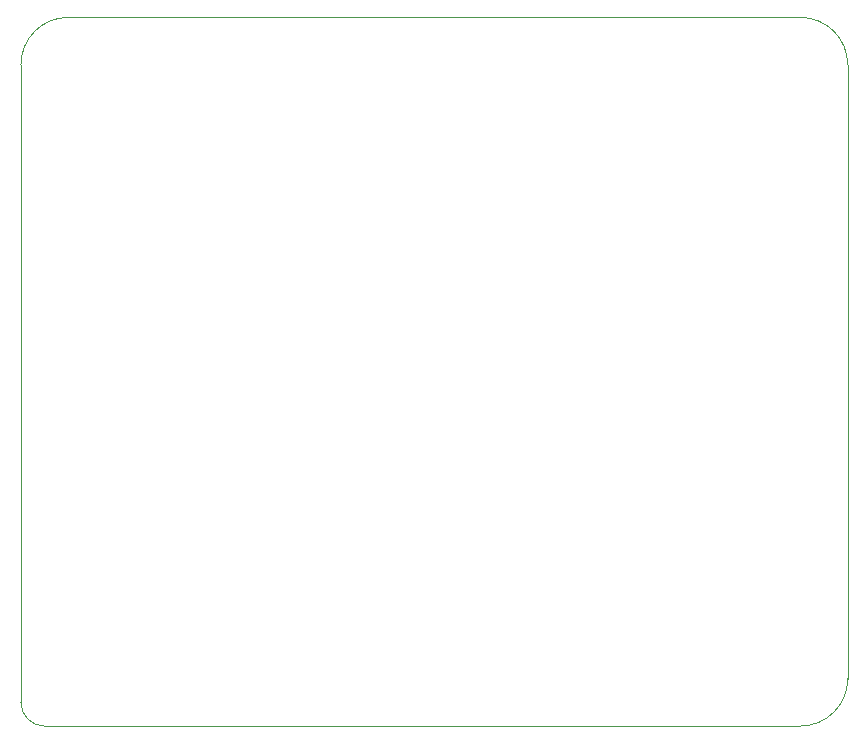
<source format=gbr>
G04 #@! TF.GenerationSoftware,KiCad,Pcbnew,(5.1.9)-1*
G04 #@! TF.CreationDate,2021-01-15T23:01:50+01:00*
G04 #@! TF.ProjectId,musical-box,6d757369-6361-46c2-9d62-6f782e6b6963,rev?*
G04 #@! TF.SameCoordinates,Original*
G04 #@! TF.FileFunction,Profile,NP*
%FSLAX46Y46*%
G04 Gerber Fmt 4.6, Leading zero omitted, Abs format (unit mm)*
G04 Created by KiCad (PCBNEW (5.1.9)-1) date 2021-01-15 23:01:50*
%MOMM*%
%LPD*%
G01*
G04 APERTURE LIST*
G04 #@! TA.AperFunction,Profile*
%ADD10C,0.038100*%
G04 #@! TD*
G04 APERTURE END LIST*
D10*
X352000000Y-185000000D02*
G75*
G02*
X350000000Y-183000000I0J2000000D01*
G01*
X350000000Y-129000000D02*
G75*
G02*
X354000000Y-125000000I4000000J0D01*
G01*
X416000000Y-125000000D02*
G75*
G02*
X420000000Y-129000000I0J-4000000D01*
G01*
X420000000Y-181000000D02*
G75*
G02*
X416000000Y-185000000I-4000000J0D01*
G01*
X350000000Y-183000000D02*
X350000000Y-129000000D01*
X416000000Y-125000000D02*
X354000000Y-125000000D01*
X420000000Y-181000000D02*
X420000000Y-129000000D01*
X352000000Y-185000000D02*
X416000000Y-185000000D01*
M02*

</source>
